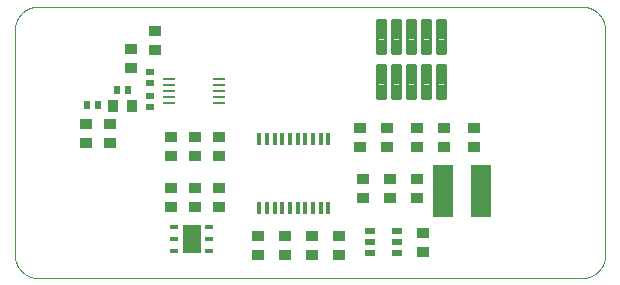
<source format=gtp>
G75*
%MOIN*%
%OFA0B0*%
%FSLAX25Y25*%
%IPPOS*%
%LPD*%
%AMOC8*
5,1,8,0,0,1.08239X$1,22.5*
%
%ADD10C,0.00000*%
%ADD11R,0.03937X0.00984*%
%ADD12R,0.03937X0.03740*%
%ADD13R,0.03740X0.03937*%
%ADD14R,0.03150X0.01772*%
%ADD15R,0.05906X0.09449*%
%ADD16R,0.02323X0.02835*%
%ADD17R,0.02835X0.02323*%
%ADD18R,0.01200X0.03900*%
%ADD19R,0.03543X0.02362*%
%ADD20R,0.06890X0.17717*%
%ADD21C,0.01044*%
D10*
X0010374Y0002500D02*
X0191476Y0002500D01*
X0191666Y0002502D01*
X0191856Y0002509D01*
X0192046Y0002521D01*
X0192236Y0002537D01*
X0192425Y0002557D01*
X0192614Y0002583D01*
X0192802Y0002612D01*
X0192989Y0002647D01*
X0193175Y0002686D01*
X0193360Y0002729D01*
X0193545Y0002777D01*
X0193728Y0002829D01*
X0193909Y0002885D01*
X0194089Y0002946D01*
X0194268Y0003012D01*
X0194445Y0003081D01*
X0194621Y0003155D01*
X0194794Y0003233D01*
X0194966Y0003316D01*
X0195135Y0003402D01*
X0195303Y0003492D01*
X0195468Y0003587D01*
X0195631Y0003685D01*
X0195791Y0003788D01*
X0195949Y0003894D01*
X0196104Y0004004D01*
X0196257Y0004117D01*
X0196407Y0004235D01*
X0196553Y0004356D01*
X0196697Y0004480D01*
X0196838Y0004608D01*
X0196976Y0004739D01*
X0197111Y0004874D01*
X0197242Y0005012D01*
X0197370Y0005153D01*
X0197494Y0005297D01*
X0197615Y0005443D01*
X0197733Y0005593D01*
X0197846Y0005746D01*
X0197956Y0005901D01*
X0198062Y0006059D01*
X0198165Y0006219D01*
X0198263Y0006382D01*
X0198358Y0006547D01*
X0198448Y0006715D01*
X0198534Y0006884D01*
X0198617Y0007056D01*
X0198695Y0007229D01*
X0198769Y0007405D01*
X0198838Y0007582D01*
X0198904Y0007761D01*
X0198965Y0007941D01*
X0199021Y0008122D01*
X0199073Y0008305D01*
X0199121Y0008490D01*
X0199164Y0008675D01*
X0199203Y0008861D01*
X0199238Y0009048D01*
X0199267Y0009236D01*
X0199293Y0009425D01*
X0199313Y0009614D01*
X0199329Y0009804D01*
X0199341Y0009994D01*
X0199348Y0010184D01*
X0199350Y0010374D01*
X0199350Y0085177D01*
X0199348Y0085367D01*
X0199341Y0085557D01*
X0199329Y0085747D01*
X0199313Y0085937D01*
X0199293Y0086126D01*
X0199267Y0086315D01*
X0199238Y0086503D01*
X0199203Y0086690D01*
X0199164Y0086876D01*
X0199121Y0087061D01*
X0199073Y0087246D01*
X0199021Y0087429D01*
X0198965Y0087610D01*
X0198904Y0087790D01*
X0198838Y0087969D01*
X0198769Y0088146D01*
X0198695Y0088322D01*
X0198617Y0088495D01*
X0198534Y0088667D01*
X0198448Y0088836D01*
X0198358Y0089004D01*
X0198263Y0089169D01*
X0198165Y0089332D01*
X0198062Y0089492D01*
X0197956Y0089650D01*
X0197846Y0089805D01*
X0197733Y0089958D01*
X0197615Y0090108D01*
X0197494Y0090254D01*
X0197370Y0090398D01*
X0197242Y0090539D01*
X0197111Y0090677D01*
X0196976Y0090812D01*
X0196838Y0090943D01*
X0196697Y0091071D01*
X0196553Y0091195D01*
X0196407Y0091316D01*
X0196257Y0091434D01*
X0196104Y0091547D01*
X0195949Y0091657D01*
X0195791Y0091763D01*
X0195631Y0091866D01*
X0195468Y0091964D01*
X0195303Y0092059D01*
X0195135Y0092149D01*
X0194966Y0092235D01*
X0194794Y0092318D01*
X0194621Y0092396D01*
X0194445Y0092470D01*
X0194268Y0092539D01*
X0194089Y0092605D01*
X0193909Y0092666D01*
X0193728Y0092722D01*
X0193545Y0092774D01*
X0193360Y0092822D01*
X0193175Y0092865D01*
X0192989Y0092904D01*
X0192802Y0092939D01*
X0192614Y0092968D01*
X0192425Y0092994D01*
X0192236Y0093014D01*
X0192046Y0093030D01*
X0191856Y0093042D01*
X0191666Y0093049D01*
X0191476Y0093051D01*
X0010374Y0093051D01*
X0010184Y0093049D01*
X0009994Y0093042D01*
X0009804Y0093030D01*
X0009614Y0093014D01*
X0009425Y0092994D01*
X0009236Y0092968D01*
X0009048Y0092939D01*
X0008861Y0092904D01*
X0008675Y0092865D01*
X0008490Y0092822D01*
X0008305Y0092774D01*
X0008122Y0092722D01*
X0007941Y0092666D01*
X0007761Y0092605D01*
X0007582Y0092539D01*
X0007405Y0092470D01*
X0007229Y0092396D01*
X0007056Y0092318D01*
X0006884Y0092235D01*
X0006715Y0092149D01*
X0006547Y0092059D01*
X0006382Y0091964D01*
X0006219Y0091866D01*
X0006059Y0091763D01*
X0005901Y0091657D01*
X0005746Y0091547D01*
X0005593Y0091434D01*
X0005443Y0091316D01*
X0005297Y0091195D01*
X0005153Y0091071D01*
X0005012Y0090943D01*
X0004874Y0090812D01*
X0004739Y0090677D01*
X0004608Y0090539D01*
X0004480Y0090398D01*
X0004356Y0090254D01*
X0004235Y0090108D01*
X0004117Y0089958D01*
X0004004Y0089805D01*
X0003894Y0089650D01*
X0003788Y0089492D01*
X0003685Y0089332D01*
X0003587Y0089169D01*
X0003492Y0089004D01*
X0003402Y0088836D01*
X0003316Y0088667D01*
X0003233Y0088495D01*
X0003155Y0088322D01*
X0003081Y0088146D01*
X0003012Y0087969D01*
X0002946Y0087790D01*
X0002885Y0087610D01*
X0002829Y0087429D01*
X0002777Y0087246D01*
X0002729Y0087061D01*
X0002686Y0086876D01*
X0002647Y0086690D01*
X0002612Y0086503D01*
X0002583Y0086315D01*
X0002557Y0086126D01*
X0002537Y0085937D01*
X0002521Y0085747D01*
X0002509Y0085557D01*
X0002502Y0085367D01*
X0002500Y0085177D01*
X0002500Y0010374D01*
X0002502Y0010184D01*
X0002509Y0009994D01*
X0002521Y0009804D01*
X0002537Y0009614D01*
X0002557Y0009425D01*
X0002583Y0009236D01*
X0002612Y0009048D01*
X0002647Y0008861D01*
X0002686Y0008675D01*
X0002729Y0008490D01*
X0002777Y0008305D01*
X0002829Y0008122D01*
X0002885Y0007941D01*
X0002946Y0007761D01*
X0003012Y0007582D01*
X0003081Y0007405D01*
X0003155Y0007229D01*
X0003233Y0007056D01*
X0003316Y0006884D01*
X0003402Y0006715D01*
X0003492Y0006547D01*
X0003587Y0006382D01*
X0003685Y0006219D01*
X0003788Y0006059D01*
X0003894Y0005901D01*
X0004004Y0005746D01*
X0004117Y0005593D01*
X0004235Y0005443D01*
X0004356Y0005297D01*
X0004480Y0005153D01*
X0004608Y0005012D01*
X0004739Y0004874D01*
X0004874Y0004739D01*
X0005012Y0004608D01*
X0005153Y0004480D01*
X0005297Y0004356D01*
X0005443Y0004235D01*
X0005593Y0004117D01*
X0005746Y0004004D01*
X0005901Y0003894D01*
X0006059Y0003788D01*
X0006219Y0003685D01*
X0006382Y0003587D01*
X0006547Y0003492D01*
X0006715Y0003402D01*
X0006884Y0003316D01*
X0007056Y0003233D01*
X0007229Y0003155D01*
X0007405Y0003081D01*
X0007582Y0003012D01*
X0007761Y0002946D01*
X0007941Y0002885D01*
X0008122Y0002829D01*
X0008305Y0002777D01*
X0008490Y0002729D01*
X0008675Y0002686D01*
X0008861Y0002647D01*
X0009048Y0002612D01*
X0009236Y0002583D01*
X0009425Y0002557D01*
X0009614Y0002537D01*
X0009804Y0002521D01*
X0009994Y0002509D01*
X0010184Y0002502D01*
X0010374Y0002500D01*
D11*
X0054070Y0060862D03*
X0054070Y0062831D03*
X0054070Y0064799D03*
X0054070Y0066768D03*
X0054070Y0068736D03*
X0070709Y0068736D03*
X0070709Y0066768D03*
X0070709Y0064799D03*
X0070709Y0062831D03*
X0070709Y0060862D03*
D12*
X0070500Y0049650D03*
X0062500Y0049650D03*
X0054500Y0049650D03*
X0054500Y0043350D03*
X0062500Y0043350D03*
X0070500Y0043350D03*
X0070500Y0032650D03*
X0062500Y0032650D03*
X0054500Y0032650D03*
X0054500Y0026350D03*
X0062500Y0026350D03*
X0070500Y0026350D03*
X0083500Y0016650D03*
X0092500Y0016650D03*
X0101500Y0016650D03*
X0110500Y0016650D03*
X0110500Y0010350D03*
X0101500Y0010350D03*
X0092500Y0010350D03*
X0083500Y0010350D03*
X0118500Y0029350D03*
X0127500Y0029350D03*
X0136500Y0029350D03*
X0136500Y0035650D03*
X0127500Y0035650D03*
X0118500Y0035650D03*
X0117500Y0046350D03*
X0126500Y0046350D03*
X0136500Y0046350D03*
X0145500Y0046350D03*
X0155500Y0046350D03*
X0155500Y0052650D03*
X0145500Y0052650D03*
X0136500Y0052650D03*
X0126500Y0052650D03*
X0117500Y0052650D03*
X0049406Y0078650D03*
X0041390Y0078949D03*
X0049406Y0084949D03*
X0041390Y0072650D03*
X0034390Y0053849D03*
X0026390Y0053949D03*
X0026390Y0047650D03*
X0034390Y0047550D03*
X0138500Y0017650D03*
X0138500Y0011350D03*
D13*
X0041539Y0059799D03*
X0035240Y0059799D03*
D14*
X0055594Y0019437D03*
X0055594Y0015500D03*
X0055594Y0011563D03*
X0067406Y0011563D03*
X0067406Y0015500D03*
X0067406Y0019437D03*
D15*
X0061500Y0015500D03*
D16*
X0030280Y0060299D03*
X0026500Y0060299D03*
X0036500Y0065299D03*
X0040280Y0065299D03*
D17*
X0047500Y0063390D03*
X0047500Y0059610D03*
X0047500Y0067610D03*
X0047500Y0071390D03*
D18*
X0083984Y0048987D03*
X0086543Y0048987D03*
X0089102Y0048987D03*
X0091661Y0048987D03*
X0094220Y0048987D03*
X0096780Y0048987D03*
X0099339Y0048987D03*
X0101898Y0048987D03*
X0104457Y0048987D03*
X0107016Y0048987D03*
X0107016Y0026013D03*
X0104457Y0026013D03*
X0101898Y0026013D03*
X0099339Y0026013D03*
X0096780Y0026013D03*
X0094220Y0026013D03*
X0091661Y0026013D03*
X0089102Y0026013D03*
X0086543Y0026013D03*
X0083984Y0026013D03*
D19*
X0120972Y0018240D03*
X0120972Y0014500D03*
X0120972Y0010760D03*
X0130028Y0010760D03*
X0130028Y0014500D03*
X0130028Y0018240D03*
D20*
X0145102Y0031500D03*
X0157898Y0031500D03*
D21*
X0145778Y0062522D02*
X0145778Y0073478D01*
X0145778Y0062522D02*
X0143222Y0062522D01*
X0143222Y0073478D01*
X0145778Y0073478D01*
X0145778Y0063565D02*
X0143222Y0063565D01*
X0143222Y0064608D02*
X0145778Y0064608D01*
X0145778Y0065651D02*
X0143222Y0065651D01*
X0143222Y0066694D02*
X0145778Y0066694D01*
X0145778Y0067737D02*
X0143222Y0067737D01*
X0143222Y0068780D02*
X0145778Y0068780D01*
X0145778Y0069823D02*
X0143222Y0069823D01*
X0143222Y0070866D02*
X0145778Y0070866D01*
X0145778Y0071909D02*
X0143222Y0071909D01*
X0143222Y0072952D02*
X0145778Y0072952D01*
X0140778Y0073478D02*
X0140778Y0062522D01*
X0138222Y0062522D01*
X0138222Y0073478D01*
X0140778Y0073478D01*
X0140778Y0063565D02*
X0138222Y0063565D01*
X0138222Y0064608D02*
X0140778Y0064608D01*
X0140778Y0065651D02*
X0138222Y0065651D01*
X0138222Y0066694D02*
X0140778Y0066694D01*
X0140778Y0067737D02*
X0138222Y0067737D01*
X0138222Y0068780D02*
X0140778Y0068780D01*
X0140778Y0069823D02*
X0138222Y0069823D01*
X0138222Y0070866D02*
X0140778Y0070866D01*
X0140778Y0071909D02*
X0138222Y0071909D01*
X0138222Y0072952D02*
X0140778Y0072952D01*
X0135778Y0073478D02*
X0135778Y0062522D01*
X0133222Y0062522D01*
X0133222Y0073478D01*
X0135778Y0073478D01*
X0135778Y0063565D02*
X0133222Y0063565D01*
X0133222Y0064608D02*
X0135778Y0064608D01*
X0135778Y0065651D02*
X0133222Y0065651D01*
X0133222Y0066694D02*
X0135778Y0066694D01*
X0135778Y0067737D02*
X0133222Y0067737D01*
X0133222Y0068780D02*
X0135778Y0068780D01*
X0135778Y0069823D02*
X0133222Y0069823D01*
X0133222Y0070866D02*
X0135778Y0070866D01*
X0135778Y0071909D02*
X0133222Y0071909D01*
X0133222Y0072952D02*
X0135778Y0072952D01*
X0130778Y0073478D02*
X0130778Y0062522D01*
X0128222Y0062522D01*
X0128222Y0073478D01*
X0130778Y0073478D01*
X0130778Y0063565D02*
X0128222Y0063565D01*
X0128222Y0064608D02*
X0130778Y0064608D01*
X0130778Y0065651D02*
X0128222Y0065651D01*
X0128222Y0066694D02*
X0130778Y0066694D01*
X0130778Y0067737D02*
X0128222Y0067737D01*
X0128222Y0068780D02*
X0130778Y0068780D01*
X0130778Y0069823D02*
X0128222Y0069823D01*
X0128222Y0070866D02*
X0130778Y0070866D01*
X0130778Y0071909D02*
X0128222Y0071909D01*
X0128222Y0072952D02*
X0130778Y0072952D01*
X0125778Y0073478D02*
X0125778Y0062522D01*
X0123222Y0062522D01*
X0123222Y0073478D01*
X0125778Y0073478D01*
X0125778Y0063565D02*
X0123222Y0063565D01*
X0123222Y0064608D02*
X0125778Y0064608D01*
X0125778Y0065651D02*
X0123222Y0065651D01*
X0123222Y0066694D02*
X0125778Y0066694D01*
X0125778Y0067737D02*
X0123222Y0067737D01*
X0123222Y0068780D02*
X0125778Y0068780D01*
X0125778Y0069823D02*
X0123222Y0069823D01*
X0123222Y0070866D02*
X0125778Y0070866D01*
X0125778Y0071909D02*
X0123222Y0071909D01*
X0123222Y0072952D02*
X0125778Y0072952D01*
X0125778Y0077522D02*
X0125778Y0088478D01*
X0125778Y0077522D02*
X0123222Y0077522D01*
X0123222Y0088478D01*
X0125778Y0088478D01*
X0125778Y0078565D02*
X0123222Y0078565D01*
X0123222Y0079608D02*
X0125778Y0079608D01*
X0125778Y0080651D02*
X0123222Y0080651D01*
X0123222Y0081694D02*
X0125778Y0081694D01*
X0125778Y0082737D02*
X0123222Y0082737D01*
X0123222Y0083780D02*
X0125778Y0083780D01*
X0125778Y0084823D02*
X0123222Y0084823D01*
X0123222Y0085866D02*
X0125778Y0085866D01*
X0125778Y0086909D02*
X0123222Y0086909D01*
X0123222Y0087952D02*
X0125778Y0087952D01*
X0130778Y0088478D02*
X0130778Y0077522D01*
X0128222Y0077522D01*
X0128222Y0088478D01*
X0130778Y0088478D01*
X0130778Y0078565D02*
X0128222Y0078565D01*
X0128222Y0079608D02*
X0130778Y0079608D01*
X0130778Y0080651D02*
X0128222Y0080651D01*
X0128222Y0081694D02*
X0130778Y0081694D01*
X0130778Y0082737D02*
X0128222Y0082737D01*
X0128222Y0083780D02*
X0130778Y0083780D01*
X0130778Y0084823D02*
X0128222Y0084823D01*
X0128222Y0085866D02*
X0130778Y0085866D01*
X0130778Y0086909D02*
X0128222Y0086909D01*
X0128222Y0087952D02*
X0130778Y0087952D01*
X0135778Y0088478D02*
X0135778Y0077522D01*
X0133222Y0077522D01*
X0133222Y0088478D01*
X0135778Y0088478D01*
X0135778Y0078565D02*
X0133222Y0078565D01*
X0133222Y0079608D02*
X0135778Y0079608D01*
X0135778Y0080651D02*
X0133222Y0080651D01*
X0133222Y0081694D02*
X0135778Y0081694D01*
X0135778Y0082737D02*
X0133222Y0082737D01*
X0133222Y0083780D02*
X0135778Y0083780D01*
X0135778Y0084823D02*
X0133222Y0084823D01*
X0133222Y0085866D02*
X0135778Y0085866D01*
X0135778Y0086909D02*
X0133222Y0086909D01*
X0133222Y0087952D02*
X0135778Y0087952D01*
X0140778Y0088478D02*
X0140778Y0077522D01*
X0138222Y0077522D01*
X0138222Y0088478D01*
X0140778Y0088478D01*
X0140778Y0078565D02*
X0138222Y0078565D01*
X0138222Y0079608D02*
X0140778Y0079608D01*
X0140778Y0080651D02*
X0138222Y0080651D01*
X0138222Y0081694D02*
X0140778Y0081694D01*
X0140778Y0082737D02*
X0138222Y0082737D01*
X0138222Y0083780D02*
X0140778Y0083780D01*
X0140778Y0084823D02*
X0138222Y0084823D01*
X0138222Y0085866D02*
X0140778Y0085866D01*
X0140778Y0086909D02*
X0138222Y0086909D01*
X0138222Y0087952D02*
X0140778Y0087952D01*
X0145778Y0088478D02*
X0145778Y0077522D01*
X0143222Y0077522D01*
X0143222Y0088478D01*
X0145778Y0088478D01*
X0145778Y0078565D02*
X0143222Y0078565D01*
X0143222Y0079608D02*
X0145778Y0079608D01*
X0145778Y0080651D02*
X0143222Y0080651D01*
X0143222Y0081694D02*
X0145778Y0081694D01*
X0145778Y0082737D02*
X0143222Y0082737D01*
X0143222Y0083780D02*
X0145778Y0083780D01*
X0145778Y0084823D02*
X0143222Y0084823D01*
X0143222Y0085866D02*
X0145778Y0085866D01*
X0145778Y0086909D02*
X0143222Y0086909D01*
X0143222Y0087952D02*
X0145778Y0087952D01*
M02*

</source>
